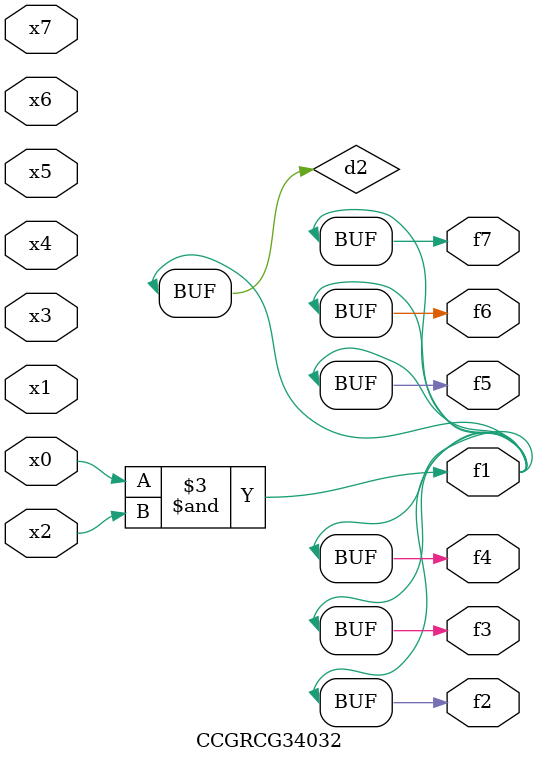
<source format=v>
module CCGRCG34032(
	input x0, x1, x2, x3, x4, x5, x6, x7,
	output f1, f2, f3, f4, f5, f6, f7
);

	wire d1, d2;

	nor (d1, x3, x6);
	and (d2, x0, x2);
	assign f1 = d2;
	assign f2 = d2;
	assign f3 = d2;
	assign f4 = d2;
	assign f5 = d2;
	assign f6 = d2;
	assign f7 = d2;
endmodule

</source>
